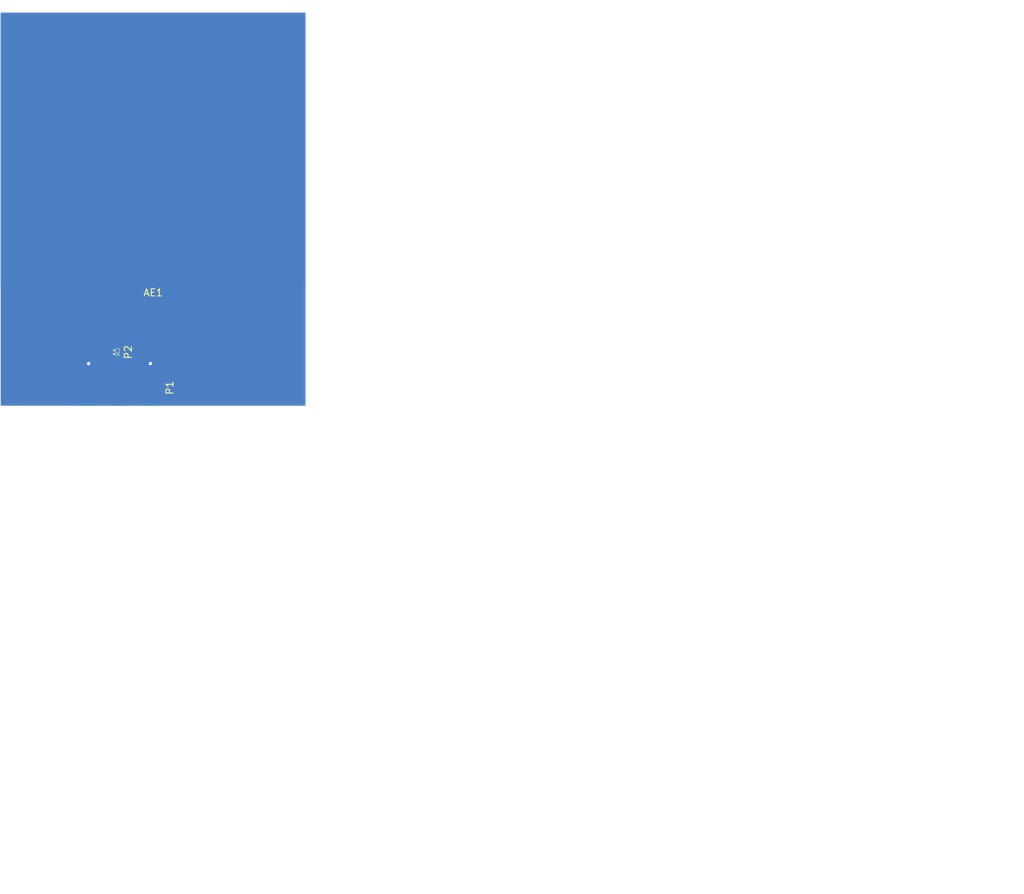
<source format=kicad_pcb>
(kicad_pcb (version 4) (host pcbnew 4.0.5)

  (general
    (links 13)
    (no_connects 0)
    (area 126.873 67.678 271.660714 194.39)
    (thickness 1.6)
    (drawings 7)
    (tracks 17)
    (zones 0)
    (modules 5)
    (nets 4)
  )

  (page A4)
  (layers
    (0 F.Cu signal)
    (31 B.Cu signal)
    (32 B.Adhes user hide)
    (33 F.Adhes user hide)
    (34 B.Paste user hide)
    (35 F.Paste user hide)
    (36 B.SilkS user)
    (37 F.SilkS user)
    (38 B.Mask user)
    (39 F.Mask user)
    (40 Dwgs.User user)
    (41 Cmts.User user)
    (42 Eco1.User user hide)
    (43 Eco2.User user)
    (44 Edge.Cuts user)
    (45 Margin user)
    (46 B.CrtYd user)
    (47 F.CrtYd user)
    (48 B.Fab user)
    (49 F.Fab user)
  )

  (setup
    (last_trace_width 2.6416)
    (user_trace_width 0.2921)
    (user_trace_width 0.3429)
    (trace_clearance 0.127)
    (zone_clearance 0.127)
    (zone_45_only yes)
    (trace_min 0.127)
    (segment_width 0.2)
    (edge_width 0.15)
    (via_size 0.3556)
    (via_drill 0.254)
    (via_min_size 0.3556)
    (via_min_drill 0.254)
    (uvia_size 0.3)
    (uvia_drill 0.1)
    (uvias_allowed no)
    (uvia_min_size 0.2)
    (uvia_min_drill 0.1)
    (pcb_text_width 0.3)
    (pcb_text_size 1.5 1.5)
    (mod_edge_width 0.15)
    (mod_text_size 1 1)
    (mod_text_width 0.15)
    (pad_size 0.356 0.356)
    (pad_drill 0.254)
    (pad_to_mask_clearance 0.2)
    (aux_axis_origin 127 125.2347)
    (visible_elements 7FFEFF7F)
    (pcbplotparams
      (layerselection 0x020f0_80000001)
      (usegerberextensions false)
      (excludeedgelayer true)
      (linewidth 0.025400)
      (plotframeref false)
      (viasonmask false)
      (mode 1)
      (useauxorigin true)
      (hpglpennumber 1)
      (hpglpenspeed 20)
      (hpglpendiameter 15)
      (hpglpenoverlay 2)
      (psnegative false)
      (psa4output false)
      (plotreference true)
      (plotvalue true)
      (plotinvisibletext false)
      (padsonsilk false)
      (subtractmaskfromsilk false)
      (outputformat 1)
      (mirror false)
      (drillshape 0)
      (scaleselection 1)
      (outputdirectory artwork/))
  )

  (net 0 "")
  (net 1 /SIG_BAL)
  (net 2 /SIG_UNBAL)
  (net 3 GND)

  (net_class Default "This is the default net class."
    (clearance 0.127)
    (trace_width 2.6416)
    (via_dia 0.3556)
    (via_drill 0.254)
    (uvia_dia 0.3)
    (uvia_drill 0.1)
    (add_net /SIG_BAL)
    (add_net /SIG_UNBAL)
    (add_net GND)
  )

  (module Antennas:Patch_Antenna_2.4GHz (layer F.Cu) (tedit 58C9BD32) (tstamp 58CB39D7)
    (at 148.59 88.9)
    (descr "2.4GHz Patch Antenna")
    (tags "antenna patch 2.4")
    (path /58CB1D57)
    (fp_text reference AE1 (at 0 20.32) (layer F.SilkS)
      (effects (font (size 1 1) (thickness 0.15)))
    )
    (fp_text value Antenna_Shield (at 0 -20.32) (layer F.Fab)
      (effects (font (size 1 1) (thickness 0.15)))
    )
    (pad 2 smd rect (at 0 0) (size 43.18 38.735) (layers B.Cu)
      (net 3 GND))
    (pad 1 smd rect (at 0 0) (size 34.925 30.48) (layers F.Cu)
      (net 1 /SIG_BAL))
    (pad 1 smd rect (at -4.7625 17.30375) (size 2.6416 4.1275) (layers F.Cu)
      (net 1 /SIG_BAL))
  )

  (module Misc:TDK_Balun_HHM1902B1 (layer F.Cu) (tedit 58CB196B) (tstamp 58CB3A0C)
    (at 143.55572 117.6528 90)
    (descr "2.4GHz TDK Balun")
    (tags "balun 2.4 tdk")
    (path /58CB1C3C)
    (fp_text reference P2 (at 0 1.5 90) (layer F.SilkS)
      (effects (font (size 1 1) (thickness 0.15)))
    )
    (fp_text value Balun (at 0 -1.5 90) (layer F.Fab)
      (effects (font (size 1 1) (thickness 0.15)))
    )
    (fp_line (start -0.55 -0.5) (end -0.55 0.5) (layer F.CrtYd) (width 0.05))
    (fp_line (start -0.55 0.5) (end 0.55 0.5) (layer F.CrtYd) (width 0.05))
    (fp_line (start 0.55 0.5) (end 0.55 -0.5) (layer F.CrtYd) (width 0.05))
    (fp_line (start 0.55 -0.5) (end -0.55 -0.5) (layer F.CrtYd) (width 0.05))
    (fp_line (start -0.35 -0.075) (end -0.35 0.075) (layer F.SilkS) (width 0.05))
    (fp_line (start -0.35 0.075) (end -0.075 0.075) (layer F.SilkS) (width 0.05))
    (fp_line (start -0.075 0.075) (end -0.075 -0.075) (layer F.SilkS) (width 0.05))
    (fp_line (start -0.075 -0.075) (end -0.35 -0.075) (layer F.SilkS) (width 0.05))
    (fp_line (start -0.5 -0.25) (end -0.5 0.25) (layer F.SilkS) (width 0.05))
    (fp_line (start -0.5 0.25) (end 0.5 0.25) (layer F.SilkS) (width 0.05))
    (fp_line (start 0.5 0.25) (end 0.5 -0.25) (layer F.SilkS) (width 0.05))
    (fp_line (start 0.5 -0.25) (end -0.5 -0.25) (layer F.SilkS) (width 0.05))
    (pad 1 smd rect (at -0.25 0.275 90) (size 0.3 0.35) (layers F.Cu F.Paste F.Mask)
      (net 2 /SIG_UNBAL))
    (pad 2 smd rect (at 0.25 0.275 90) (size 0.3 0.35) (layers F.Cu F.Paste F.Mask)
      (net 1 /SIG_BAL))
    (pad 3 smd rect (at 0.25 -0.275 90) (size 0.3 0.35) (layers F.Cu F.Paste F.Mask)
      (net 3 GND))
    (pad 4 smd rect (at -0.25 -0.275 90) (size 0.3 0.35) (layers F.Cu F.Paste F.Mask)
      (net 3 GND))
  )

  (module Misc:Via_Stitch_Dia0.356mm_Drill0.254mm (layer F.Cu) (tedit 58CB580F) (tstamp 58CB5870)
    (at 143.0528 117.3988)
    (fp_text reference REF** (at 0 0.889) (layer F.SilkS) hide
      (effects (font (size 1 1) (thickness 0.15)))
    )
    (fp_text value Via_Stitch_Dia0.356mm_Drill0.254mm (at 0 -0.889) (layer F.Fab)
      (effects (font (size 1 1) (thickness 0.15)))
    )
    (pad 1 thru_hole circle (at 0 0) (size 0.356 0.356) (drill 0.254) (layers *.Cu)
      (net 3 GND) (zone_connect 2))
  )

  (module Misc:Via_Stitch_Dia0.356mm_Drill0.254mm (layer F.Cu) (tedit 58CB580A) (tstamp 58CB5879)
    (at 143.0528 117.9068)
    (fp_text reference REF** (at 0 0.889) (layer F.SilkS) hide
      (effects (font (size 1 1) (thickness 0.15)))
    )
    (fp_text value Via_Stitch_Dia0.356mm_Drill0.254mm (at 0 -0.889) (layer F.Fab)
      (effects (font (size 1 1) (thickness 0.15)))
    )
    (pad 1 thru_hole circle (at 0 0) (size 0.356 0.356) (drill 0.254) (layers *.Cu)
      (net 3 GND) (zone_connect 2))
  )

  (module Misc:Molex_SMA_Jack_Edge_Mount (layer F.Cu) (tedit 58CB59F0) (tstamp 58CB6057)
    (at 143.83004 120.9802 90)
    (descr "Molex SMA Jack, Edge Mount")
    (tags "sma edge")
    (path /58CB1CBC)
    (attr smd)
    (fp_text reference P1 (at -1.72 7.11 90) (layer F.SilkS)
      (effects (font (size 1 1) (thickness 0.15)))
    )
    (fp_text value SMA (at -1.72 -7.11 90) (layer F.Fab)
      (effects (font (size 1 1) (thickness 0.15)))
    )
    (fp_line (start -4.76 -0.38) (end 0.49 -0.38) (layer F.Fab) (width 0.1))
    (fp_line (start -4.76 0.38) (end 0.49 0.38) (layer F.Fab) (width 0.1))
    (fp_line (start 0.49 -0.38) (end 0.49 0.38) (layer F.Fab) (width 0.1))
    (fp_line (start 0.49 3.75) (end 0.49 4.76) (layer F.Fab) (width 0.1))
    (fp_line (start 0.49 -4.76) (end 0.49 -3.75) (layer F.Fab) (width 0.1))
    (fp_line (start -14.29 -6.09) (end -14.29 6.09) (layer F.CrtYd) (width 0.05))
    (fp_line (start -14.29 6.09) (end 2.71 6.09) (layer F.CrtYd) (width 0.05))
    (fp_line (start 2.71 -6.09) (end 2.71 6.09) (layer B.CrtYd) (width 0.05))
    (fp_line (start -14.29 -6.09) (end 2.71 -6.09) (layer B.CrtYd) (width 0.05))
    (fp_line (start -14.29 -6.09) (end -14.29 6.09) (layer B.CrtYd) (width 0.05))
    (fp_line (start -14.29 6.09) (end 2.71 6.09) (layer B.CrtYd) (width 0.05))
    (fp_line (start 2.71 -6.09) (end 2.71 6.09) (layer F.CrtYd) (width 0.05))
    (fp_line (start 2.71 -6.09) (end -14.29 -6.09) (layer F.CrtYd) (width 0.05))
    (fp_line (start -4.76 -3.75) (end 0.49 -3.75) (layer F.Fab) (width 0.1))
    (fp_line (start -4.76 3.75) (end 0.49 3.75) (layer F.Fab) (width 0.1))
    (fp_line (start -13.79 -2.65) (end -5.91 -2.65) (layer F.Fab) (width 0.1))
    (fp_line (start -13.79 -2.65) (end -13.79 2.65) (layer F.Fab) (width 0.1))
    (fp_line (start -13.79 2.65) (end -5.91 2.65) (layer F.Fab) (width 0.1))
    (fp_line (start -4.76 -3.75) (end -4.76 3.75) (layer F.Fab) (width 0.1))
    (fp_line (start 0.49 -4.76) (end -5.91 -4.76) (layer F.Fab) (width 0.1))
    (fp_line (start -5.91 -4.76) (end -5.91 4.76) (layer F.Fab) (width 0.1))
    (fp_line (start -5.91 4.76) (end 0.49 4.76) (layer F.Fab) (width 0.1))
    (pad 1 smd rect (at -1.72 0 90) (size 5.08 2.29) (layers F.Cu F.Paste F.Mask)
      (net 2 /SIG_UNBAL))
    (pad 2 smd rect (at -1.02 -4.38 90) (size 6.48 2.42) (layers F.Cu F.Paste F.Mask)
      (net 3 GND))
    (pad 2 smd rect (at -1.02 4.38 90) (size 6.48 2.42) (layers F.Cu F.Paste F.Mask)
      (net 3 GND))
    (pad 2 smd rect (at -1.02 -4.38 90) (size 6.48 2.42) (layers B.Cu B.Paste B.Mask)
      (net 3 GND))
    (pad 2 smd rect (at -1.02 4.38 90) (size 6.48 2.42) (layers B.Cu B.Paste B.Mask)
      (net 3 GND))
    (pad 2 thru_hole circle (at 1.72 -4.38 90) (size 0.97 0.97) (drill 0.46) (layers *.Cu)
      (net 3 GND) (zone_connect 2))
    (pad 2 thru_hole circle (at 1.72 4.38 90) (size 0.97 0.97) (drill 0.46) (layers *.Cu)
      (net 3 GND) (zone_connect 2))
  )

  (gr_line (start 170.18 69.5325) (end 127 69.5325) (angle 90) (layer Margin) (width 0.2))
  (gr_line (start 170.18 125.2347) (end 170.18 69.5325) (angle 90) (layer Margin) (width 0.2))
  (gr_line (start 127 125.2347) (end 170.18 125.2347) (angle 90) (layer Margin) (width 0.2))
  (gr_line (start 127 69.5325) (end 127 125.2347) (angle 90) (layer Margin) (width 0.2))
  (gr_text 0.1 (at 269.875 193.04) (layer Cmts.User)
    (effects (font (size 1.5 1.5) (thickness 0.3)))
  )
  (gr_text "March 16. 2017" (at 215.265 193.04) (layer Cmts.User)
    (effects (font (size 1.5 1.5) (thickness 0.3)))
  )
  (gr_text "Patch Balun Test Board" (at 199.39 189.23) (layer Cmts.User)
    (effects (font (size 1.5 1.5) (thickness 0.3)))
  )

  (segment (start 143.83072 117.4028) (end 143.83072 115.66212) (width 0.3429) (layer F.Cu) (net 1))
  (segment (start 143.83072 115.66212) (end 143.8275 115.6589) (width 0.3429) (layer F.Cu) (net 1) (tstamp 58CB3D5B))
  (segment (start 143.8275 115.6589) (end 143.8402 115.6716) (width 2.6416) (layer F.Cu) (net 1) (tstamp 58CB3D4A))
  (segment (start 143.8275 106.20375) (end 143.8275 115.6589) (width 2.6416) (layer F.Cu) (net 1))
  (segment (start 143.8275 106.20375) (end 143.8275 93.6625) (width 2.6416) (layer F.Cu) (net 1))
  (segment (start 143.8275 93.6625) (end 148.59 88.9) (width 2.6416) (layer F.Cu) (net 1) (tstamp 58CB3BED))
  (segment (start 143.83072 117.9028) (end 143.83072 119.69428) (width 0.3429) (layer F.Cu) (net 2))
  (segment (start 143.8656 119.507) (end 143.8275 119.507) (width 0.3429) (layer F.Cu) (net 2) (tstamp 58CB3BA1))
  (segment (start 143.8656 119.6594) (end 143.8656 119.507) (width 0.3429) (layer F.Cu) (net 2) (tstamp 58CB3BA0))
  (segment (start 143.83072 119.69428) (end 143.8656 119.6594) (width 0.3429) (layer F.Cu) (net 2) (tstamp 58CB3B9C))
  (segment (start 143.8275 122.6875) (end 143.8275 119.507) (width 2.6416) (layer F.Cu) (net 2))
  (segment (start 143.8275 119.507) (end 143.8275 119.6975) (width 2.6416) (layer F.Cu) (net 2) (tstamp 58CB3BA2))
  (segment (start 143.8275 119.6975) (end 143.8402 119.6848) (width 2.6416) (layer F.Cu) (net 2) (tstamp 58CB3B92))
  (segment (start 143.28072 117.4028) (end 143.0568 117.4028) (width 0.2921) (layer F.Cu) (net 3))
  (segment (start 143.0568 117.4028) (end 143.0528 117.3988) (width 0.2921) (layer F.Cu) (net 3) (tstamp 58CB5892))
  (segment (start 143.28072 117.9028) (end 143.0568 117.9028) (width 0.2921) (layer F.Cu) (net 3))
  (segment (start 143.0568 117.9028) (end 143.0528 117.9068) (width 0.2921) (layer F.Cu) (net 3) (tstamp 58CB588F))

  (zone (net 3) (net_name GND) (layer B.Cu) (tstamp 58CB56EA) (hatch edge 0.508)
    (connect_pads thru_hole_only (clearance 0.127))
    (min_thickness 0.127)
    (fill yes (arc_segments 16) (thermal_gap 0.508) (thermal_bridge_width 0.508))
    (polygon
      (pts
        (xy 170.18 125.2347) (xy 127 125.2347) (xy 127 69.5325) (xy 170.18 69.5325)
      )
    )
    (filled_polygon
      (pts
        (xy 170.1165 125.1712) (xy 127.0635 125.1712) (xy 127.0635 69.596) (xy 170.1165 69.596)
      )
    )
  )
)

</source>
